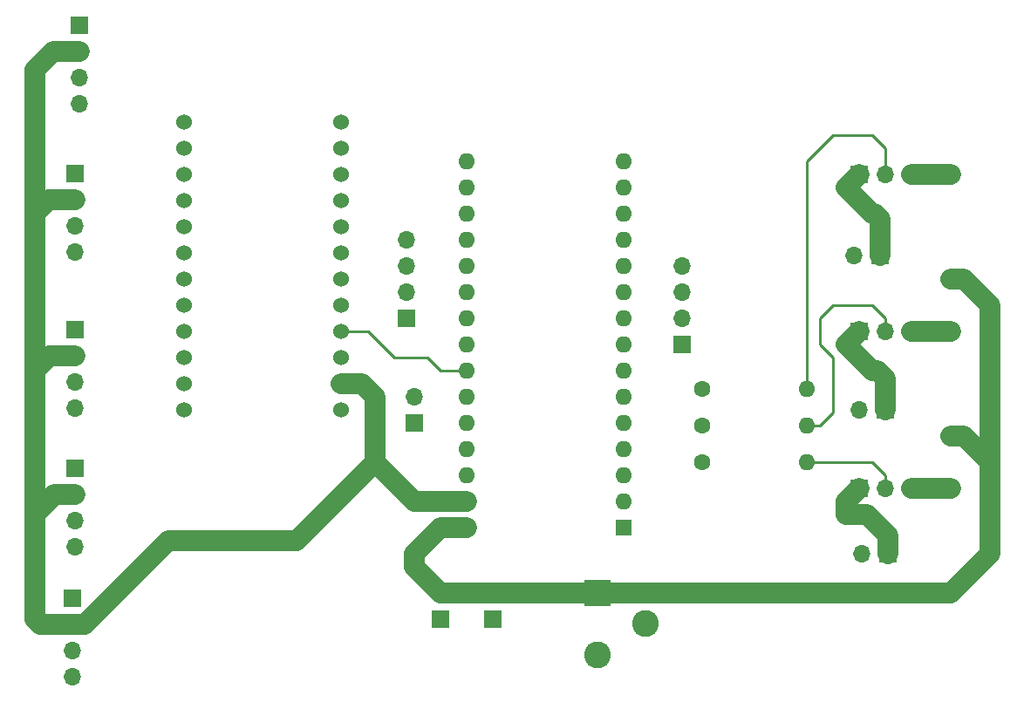
<source format=gbr>
G04 #@! TF.GenerationSoftware,KiCad,Pcbnew,(5.1.4)-1*
G04 #@! TF.CreationDate,2020-02-28T02:40:08+11:00*
G04 #@! TF.ProjectId,glove_pcb,676c6f76-655f-4706-9362-2e6b69636164,rev?*
G04 #@! TF.SameCoordinates,Original*
G04 #@! TF.FileFunction,Copper,L2,Bot*
G04 #@! TF.FilePolarity,Positive*
%FSLAX46Y46*%
G04 Gerber Fmt 4.6, Leading zero omitted, Abs format (unit mm)*
G04 Created by KiCad (PCBNEW (5.1.4)-1) date 2020-02-28 02:40:08*
%MOMM*%
%LPD*%
G04 APERTURE LIST*
%ADD10C,1.524000*%
%ADD11R,1.600000X1.600000*%
%ADD12O,1.600000X1.600000*%
%ADD13R,2.600000X2.600000*%
%ADD14C,2.600000*%
%ADD15R,1.700000X1.700000*%
%ADD16O,1.700000X1.700000*%
%ADD17C,1.600000*%
%ADD18C,0.250000*%
%ADD19C,2.000000*%
G04 APERTURE END LIST*
D10*
X79248000Y-74980800D03*
X79248000Y-77520800D03*
X79248000Y-80060800D03*
X79248000Y-82600800D03*
X79248000Y-85140800D03*
X79248000Y-87680800D03*
X79248000Y-90220800D03*
X79248000Y-92760800D03*
X79248000Y-95300800D03*
X79248000Y-97840800D03*
X79248000Y-100380800D03*
X79248000Y-102920800D03*
X94488000Y-74980800D03*
X94488000Y-77520800D03*
X94488000Y-80060800D03*
X94488000Y-82600800D03*
X94488000Y-85140800D03*
X94488000Y-87680800D03*
X94488000Y-90220800D03*
X94488000Y-92760800D03*
X94488000Y-95300800D03*
X94488000Y-97840800D03*
X94488000Y-100380800D03*
X94488000Y-102920800D03*
D11*
X121920000Y-114300000D03*
D12*
X106680000Y-81280000D03*
X121920000Y-111760000D03*
X106680000Y-83820000D03*
X121920000Y-109220000D03*
X106680000Y-86360000D03*
X121920000Y-106680000D03*
X106680000Y-88900000D03*
X121920000Y-104140000D03*
X106680000Y-91440000D03*
X121920000Y-101600000D03*
X106680000Y-93980000D03*
X121920000Y-99060000D03*
X106680000Y-96520000D03*
X121920000Y-96520000D03*
X106680000Y-99060000D03*
X121920000Y-93980000D03*
X106680000Y-101600000D03*
X121920000Y-91440000D03*
X106680000Y-104140000D03*
X121920000Y-88900000D03*
X106680000Y-106680000D03*
X121920000Y-86360000D03*
X106680000Y-109220000D03*
X121920000Y-83820000D03*
X106680000Y-111760000D03*
X121920000Y-81280000D03*
X106680000Y-114300000D03*
X121920000Y-78740000D03*
X106680000Y-78740000D03*
D13*
X119380000Y-120650000D03*
D14*
X119380000Y-126650000D03*
X124080000Y-123650000D03*
D15*
X104140000Y-123190000D03*
D16*
X104140000Y-120650000D03*
X109220000Y-120650000D03*
D15*
X109220000Y-123190000D03*
D16*
X145034000Y-116840000D03*
D15*
X147574000Y-116840000D03*
X147320000Y-102870000D03*
D16*
X144780000Y-102870000D03*
X127635000Y-88900000D03*
X127635000Y-91440000D03*
X127635000Y-93980000D03*
D15*
X127635000Y-96520000D03*
X100838000Y-93980000D03*
D16*
X100838000Y-91440000D03*
X100838000Y-88900000D03*
X100838000Y-86360000D03*
X144272000Y-87884000D03*
D15*
X146812000Y-87884000D03*
X101600000Y-104140000D03*
D16*
X101600000Y-101600000D03*
D17*
X129540000Y-107950000D03*
D12*
X139700000Y-107950000D03*
X153670000Y-120650000D03*
D17*
X153670000Y-110490000D03*
D12*
X139700000Y-104394000D03*
D17*
X129540000Y-104394000D03*
X153670000Y-95250000D03*
D12*
X153670000Y-105410000D03*
D17*
X129540000Y-100838000D03*
D12*
X139700000Y-100838000D03*
X153670000Y-90170000D03*
D17*
X153670000Y-80010000D03*
D16*
X69088000Y-73152000D03*
X69088000Y-70612000D03*
X69088000Y-68072000D03*
D15*
X69088000Y-65532000D03*
X68681600Y-79959200D03*
D16*
X68681600Y-82499200D03*
X68681600Y-85039200D03*
X68681600Y-87579200D03*
D15*
X68707000Y-95123000D03*
D16*
X68707000Y-97663000D03*
X68707000Y-100203000D03*
X68707000Y-102743000D03*
X68707000Y-116205000D03*
X68707000Y-113665000D03*
X68707000Y-111125000D03*
D15*
X68707000Y-108585000D03*
X68453000Y-121158000D03*
D16*
X68453000Y-123698000D03*
X68453000Y-126238000D03*
X68453000Y-128778000D03*
D15*
X144780000Y-110490000D03*
D16*
X147320000Y-110490000D03*
X149860000Y-110490000D03*
X149860000Y-95250000D03*
X147320000Y-95250000D03*
D15*
X144780000Y-95250000D03*
X144780000Y-80010000D03*
D16*
X147320000Y-80010000D03*
X149860000Y-80010000D03*
D18*
X94615000Y-95250000D02*
X97155000Y-95250000D01*
X97155000Y-95250000D02*
X99695000Y-97790000D01*
X99695000Y-97790000D02*
X102870000Y-97790000D01*
X102870000Y-97790000D02*
X104140000Y-99060000D01*
X104140000Y-99060000D02*
X106680000Y-99060000D01*
D19*
X106680000Y-111760000D02*
X101600000Y-111760000D01*
X101600000Y-111760000D02*
X97790000Y-107950000D01*
X97790000Y-107950000D02*
X97790000Y-101600000D01*
X97790000Y-101600000D02*
X96520000Y-100330000D01*
X96469200Y-100380800D02*
X94488000Y-100380800D01*
X96520000Y-100330000D02*
X96469200Y-100380800D01*
X68453000Y-123698000D02*
X65278000Y-123698000D01*
X65278000Y-123698000D02*
X64770000Y-123190000D01*
X64770000Y-123190000D02*
X64770000Y-113030000D01*
X66675000Y-111125000D02*
X68707000Y-111125000D01*
X64770000Y-113030000D02*
X66675000Y-111125000D01*
X66167000Y-97663000D02*
X68707000Y-97663000D01*
X64770000Y-113030000D02*
X64770000Y-99060000D01*
X64770000Y-99060000D02*
X66167000Y-97663000D01*
X64770000Y-99060000D02*
X64770000Y-83820000D01*
X67479519Y-82499200D02*
X68681600Y-82499200D01*
X66090800Y-82499200D02*
X67479519Y-82499200D01*
X64770000Y-83820000D02*
X66090800Y-82499200D01*
X64770000Y-83820000D02*
X64770000Y-69850000D01*
X66548000Y-68072000D02*
X69088000Y-68072000D01*
X64770000Y-69850000D02*
X66548000Y-68072000D01*
X69655081Y-123698000D02*
X77783081Y-115570000D01*
X68453000Y-123698000D02*
X69655081Y-123698000D01*
X90170000Y-115570000D02*
X97790000Y-107950000D01*
X77783081Y-115570000D02*
X90170000Y-115570000D01*
X106680000Y-114300000D02*
X104140000Y-114300000D01*
X104140000Y-114300000D02*
X101600000Y-116840000D01*
X101600000Y-118110000D02*
X104140000Y-120650000D01*
X101600000Y-116840000D02*
X101600000Y-118110000D01*
X104140000Y-120650000D02*
X109220000Y-120650000D01*
X109220000Y-120650000D02*
X119380000Y-120650000D01*
X119380000Y-120650000D02*
X138430000Y-120650000D01*
X138430000Y-120650000D02*
X153670000Y-120650000D01*
X153670000Y-105410000D02*
X154940000Y-105410000D01*
X154940000Y-105410000D02*
X157480000Y-107950000D01*
X157480000Y-116840000D02*
X153670000Y-120650000D01*
X157480000Y-107950000D02*
X157480000Y-116840000D01*
X157480000Y-107950000D02*
X157480000Y-92710000D01*
X157480000Y-92710000D02*
X154940000Y-90170000D01*
X154940000Y-90170000D02*
X153670000Y-90170000D01*
X143510000Y-113030000D02*
X143510000Y-111760000D01*
X143510000Y-111760000D02*
X144780000Y-110490000D01*
X143510000Y-113030000D02*
X145542000Y-113030000D01*
X147574000Y-115062000D02*
X147574000Y-116840000D01*
X145542000Y-113030000D02*
X147574000Y-115062000D01*
X146050000Y-99060000D02*
X143510000Y-96520000D01*
X143510000Y-96520000D02*
X144780000Y-95250000D01*
X146558000Y-99060000D02*
X147320000Y-99822000D01*
X146050000Y-99060000D02*
X146558000Y-99060000D01*
X147320000Y-99822000D02*
X147320000Y-102870000D01*
X143510000Y-81280000D02*
X144780000Y-80010000D01*
X146050000Y-83820000D02*
X143510000Y-81280000D01*
X146050000Y-83820000D02*
X146304000Y-83820000D01*
X146812000Y-84328000D02*
X146812000Y-87884000D01*
X146304000Y-83820000D02*
X146812000Y-84328000D01*
D18*
X146050000Y-107950000D02*
X139700000Y-107950000D01*
X147320000Y-110490000D02*
X147320000Y-109220000D01*
X147320000Y-109220000D02*
X146050000Y-107950000D01*
D19*
X149860000Y-110490000D02*
X153670000Y-110490000D01*
X153670000Y-95250000D02*
X149860000Y-95250000D01*
D18*
X140970000Y-104394000D02*
X139700000Y-104394000D01*
X142240000Y-103124000D02*
X140970000Y-104394000D01*
X142240000Y-97790000D02*
X142240000Y-103124000D01*
X147320000Y-93980000D02*
X146050000Y-92710000D01*
X147320000Y-95250000D02*
X147320000Y-93980000D01*
X146050000Y-92710000D02*
X142240000Y-92710000D01*
X142240000Y-92710000D02*
X140970000Y-93980000D01*
X140970000Y-93980000D02*
X140970000Y-96520000D01*
X140970000Y-96520000D02*
X142240000Y-97790000D01*
X147320000Y-77470000D02*
X147320000Y-80010000D01*
X146050000Y-76200000D02*
X147320000Y-77470000D01*
X142240000Y-76200000D02*
X146050000Y-76200000D01*
X139700000Y-99060000D02*
X139700000Y-78740000D01*
X139700000Y-78740000D02*
X142240000Y-76200000D01*
X139700000Y-99060000D02*
X139700000Y-100838000D01*
D19*
X149860000Y-80010000D02*
X153670000Y-80010000D01*
M02*

</source>
